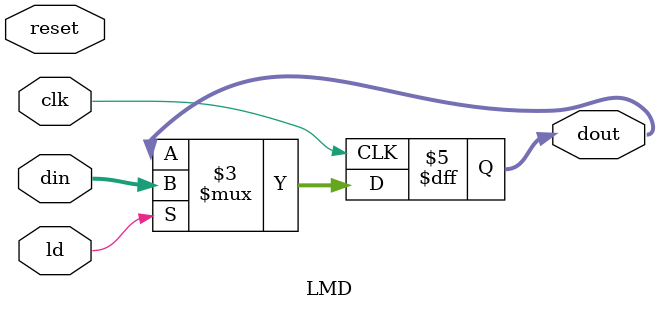
<source format=v>
module LMD (
input wire clk,reset,ld,
    input wire signed [31:0] din,
output reg signed [31:0] dout
);

    initial begin
            dout<=32'b0;
            end

always @(posedge clk)
    begin
       
         if(ld)
            dout<=din;
    end

endmodule

</source>
